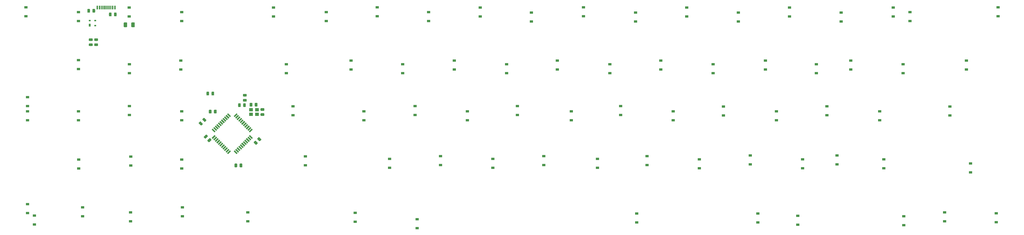
<source format=gbp>
G04 #@! TF.GenerationSoftware,KiCad,Pcbnew,(5.1.4)-1*
G04 #@! TF.CreationDate,2020-09-26T23:04:53-04:00*
G04 #@! TF.ProjectId,southpawpcbv2,736f7574-6870-4617-9770-636276322e6b,rev?*
G04 #@! TF.SameCoordinates,Original*
G04 #@! TF.FileFunction,Paste,Bot*
G04 #@! TF.FilePolarity,Positive*
%FSLAX46Y46*%
G04 Gerber Fmt 4.6, Leading zero omitted, Abs format (unit mm)*
G04 Created by KiCad (PCBNEW (5.1.4)-1) date 2020-09-26 23:04:53*
%MOMM*%
%LPD*%
G04 APERTURE LIST*
%ADD10R,1.200000X0.900000*%
%ADD11R,1.400000X1.200000*%
%ADD12R,0.600000X1.450000*%
%ADD13R,0.300000X1.450000*%
%ADD14C,0.100000*%
%ADD15C,0.975000*%
%ADD16C,1.250000*%
%ADD17R,0.700000X1.000000*%
%ADD18R,0.700000X0.600000*%
%ADD19C,0.550000*%
G04 APERTURE END LIST*
D10*
G04 #@! TO.C,D44*
X259842000Y10924000D03*
X259842000Y14224000D03*
G04 #@! TD*
G04 #@! TO.C,D65*
X251968000Y49658000D03*
X251968000Y52958000D03*
G04 #@! TD*
G04 #@! TO.C,D60*
X232461861Y51448214D03*
X232461861Y54748214D03*
G04 #@! TD*
G04 #@! TO.C,D6*
X-5588000Y86360000D03*
X-5588000Y89660000D03*
G04 #@! TD*
D11*
G04 #@! TO.C,Y1*
X60332800Y53555000D03*
X58132800Y53555000D03*
X58132800Y51855000D03*
X60332800Y51855000D03*
G04 #@! TD*
D12*
G04 #@! TO.C,USB1*
X7873200Y91365000D03*
X1423200Y91365000D03*
X7098200Y91365000D03*
X2198200Y91365000D03*
D13*
X2898200Y91365000D03*
X6398200Y91365000D03*
X3398200Y91365000D03*
X5898200Y91365000D03*
X3898200Y91365000D03*
X5398200Y91365000D03*
X4898200Y91365000D03*
X4398200Y91365000D03*
G04 #@! TD*
D14*
G04 #@! TO.C,R6*
G36*
X52797142Y33591826D02*
G01*
X52820803Y33588316D01*
X52844007Y33582504D01*
X52866529Y33574446D01*
X52888153Y33564218D01*
X52908670Y33551921D01*
X52927883Y33537671D01*
X52945607Y33521607D01*
X52961671Y33503883D01*
X52975921Y33484670D01*
X52988218Y33464153D01*
X52998446Y33442529D01*
X53006504Y33420007D01*
X53012316Y33396803D01*
X53015826Y33373142D01*
X53017000Y33349250D01*
X53017000Y32436750D01*
X53015826Y32412858D01*
X53012316Y32389197D01*
X53006504Y32365993D01*
X52998446Y32343471D01*
X52988218Y32321847D01*
X52975921Y32301330D01*
X52961671Y32282117D01*
X52945607Y32264393D01*
X52927883Y32248329D01*
X52908670Y32234079D01*
X52888153Y32221782D01*
X52866529Y32211554D01*
X52844007Y32203496D01*
X52820803Y32197684D01*
X52797142Y32194174D01*
X52773250Y32193000D01*
X52285750Y32193000D01*
X52261858Y32194174D01*
X52238197Y32197684D01*
X52214993Y32203496D01*
X52192471Y32211554D01*
X52170847Y32221782D01*
X52150330Y32234079D01*
X52131117Y32248329D01*
X52113393Y32264393D01*
X52097329Y32282117D01*
X52083079Y32301330D01*
X52070782Y32321847D01*
X52060554Y32343471D01*
X52052496Y32365993D01*
X52046684Y32389197D01*
X52043174Y32412858D01*
X52042000Y32436750D01*
X52042000Y33349250D01*
X52043174Y33373142D01*
X52046684Y33396803D01*
X52052496Y33420007D01*
X52060554Y33442529D01*
X52070782Y33464153D01*
X52083079Y33484670D01*
X52097329Y33503883D01*
X52113393Y33521607D01*
X52131117Y33537671D01*
X52150330Y33551921D01*
X52170847Y33564218D01*
X52192471Y33574446D01*
X52214993Y33582504D01*
X52238197Y33588316D01*
X52261858Y33591826D01*
X52285750Y33593000D01*
X52773250Y33593000D01*
X52797142Y33591826D01*
X52797142Y33591826D01*
G37*
D15*
X52529500Y32893000D03*
D14*
G36*
X54672142Y33591826D02*
G01*
X54695803Y33588316D01*
X54719007Y33582504D01*
X54741529Y33574446D01*
X54763153Y33564218D01*
X54783670Y33551921D01*
X54802883Y33537671D01*
X54820607Y33521607D01*
X54836671Y33503883D01*
X54850921Y33484670D01*
X54863218Y33464153D01*
X54873446Y33442529D01*
X54881504Y33420007D01*
X54887316Y33396803D01*
X54890826Y33373142D01*
X54892000Y33349250D01*
X54892000Y32436750D01*
X54890826Y32412858D01*
X54887316Y32389197D01*
X54881504Y32365993D01*
X54873446Y32343471D01*
X54863218Y32321847D01*
X54850921Y32301330D01*
X54836671Y32282117D01*
X54820607Y32264393D01*
X54802883Y32248329D01*
X54783670Y32234079D01*
X54763153Y32221782D01*
X54741529Y32211554D01*
X54719007Y32203496D01*
X54695803Y32197684D01*
X54672142Y32194174D01*
X54648250Y32193000D01*
X54160750Y32193000D01*
X54136858Y32194174D01*
X54113197Y32197684D01*
X54089993Y32203496D01*
X54067471Y32211554D01*
X54045847Y32221782D01*
X54025330Y32234079D01*
X54006117Y32248329D01*
X53988393Y32264393D01*
X53972329Y32282117D01*
X53958079Y32301330D01*
X53945782Y32321847D01*
X53935554Y32343471D01*
X53927496Y32365993D01*
X53921684Y32389197D01*
X53918174Y32412858D01*
X53917000Y32436750D01*
X53917000Y33349250D01*
X53918174Y33373142D01*
X53921684Y33396803D01*
X53927496Y33420007D01*
X53935554Y33442529D01*
X53945782Y33464153D01*
X53958079Y33484670D01*
X53972329Y33503883D01*
X53988393Y33521607D01*
X54006117Y33537671D01*
X54025330Y33551921D01*
X54045847Y33564218D01*
X54067471Y33574446D01*
X54089993Y33582504D01*
X54113197Y33588316D01*
X54136858Y33591826D01*
X54160750Y33593000D01*
X54648250Y33593000D01*
X54672142Y33591826D01*
X54672142Y33591826D01*
G37*
D15*
X54404500Y32893000D03*
G04 #@! TD*
D14*
G04 #@! TO.C,R5*
G36*
X-1505758Y90868826D02*
G01*
X-1482097Y90865316D01*
X-1458893Y90859504D01*
X-1436371Y90851446D01*
X-1414747Y90841218D01*
X-1394230Y90828921D01*
X-1375017Y90814671D01*
X-1357293Y90798607D01*
X-1341229Y90780883D01*
X-1326979Y90761670D01*
X-1314682Y90741153D01*
X-1304454Y90719529D01*
X-1296396Y90697007D01*
X-1290584Y90673803D01*
X-1287074Y90650142D01*
X-1285900Y90626250D01*
X-1285900Y89713750D01*
X-1287074Y89689858D01*
X-1290584Y89666197D01*
X-1296396Y89642993D01*
X-1304454Y89620471D01*
X-1314682Y89598847D01*
X-1326979Y89578330D01*
X-1341229Y89559117D01*
X-1357293Y89541393D01*
X-1375017Y89525329D01*
X-1394230Y89511079D01*
X-1414747Y89498782D01*
X-1436371Y89488554D01*
X-1458893Y89480496D01*
X-1482097Y89474684D01*
X-1505758Y89471174D01*
X-1529650Y89470000D01*
X-2017150Y89470000D01*
X-2041042Y89471174D01*
X-2064703Y89474684D01*
X-2087907Y89480496D01*
X-2110429Y89488554D01*
X-2132053Y89498782D01*
X-2152570Y89511079D01*
X-2171783Y89525329D01*
X-2189507Y89541393D01*
X-2205571Y89559117D01*
X-2219821Y89578330D01*
X-2232118Y89598847D01*
X-2242346Y89620471D01*
X-2250404Y89642993D01*
X-2256216Y89666197D01*
X-2259726Y89689858D01*
X-2260900Y89713750D01*
X-2260900Y90626250D01*
X-2259726Y90650142D01*
X-2256216Y90673803D01*
X-2250404Y90697007D01*
X-2242346Y90719529D01*
X-2232118Y90741153D01*
X-2219821Y90761670D01*
X-2205571Y90780883D01*
X-2189507Y90798607D01*
X-2171783Y90814671D01*
X-2152570Y90828921D01*
X-2132053Y90841218D01*
X-2110429Y90851446D01*
X-2087907Y90859504D01*
X-2064703Y90865316D01*
X-2041042Y90868826D01*
X-2017150Y90870000D01*
X-1529650Y90870000D01*
X-1505758Y90868826D01*
X-1505758Y90868826D01*
G37*
D15*
X-1773400Y90170000D03*
D14*
G36*
X369242Y90868826D02*
G01*
X392903Y90865316D01*
X416107Y90859504D01*
X438629Y90851446D01*
X460253Y90841218D01*
X480770Y90828921D01*
X499983Y90814671D01*
X517707Y90798607D01*
X533771Y90780883D01*
X548021Y90761670D01*
X560318Y90741153D01*
X570546Y90719529D01*
X578604Y90697007D01*
X584416Y90673803D01*
X587926Y90650142D01*
X589100Y90626250D01*
X589100Y89713750D01*
X587926Y89689858D01*
X584416Y89666197D01*
X578604Y89642993D01*
X570546Y89620471D01*
X560318Y89598847D01*
X548021Y89578330D01*
X533771Y89559117D01*
X517707Y89541393D01*
X499983Y89525329D01*
X480770Y89511079D01*
X460253Y89498782D01*
X438629Y89488554D01*
X416107Y89480496D01*
X392903Y89474684D01*
X369242Y89471174D01*
X345350Y89470000D01*
X-142150Y89470000D01*
X-166042Y89471174D01*
X-189703Y89474684D01*
X-212907Y89480496D01*
X-235429Y89488554D01*
X-257053Y89498782D01*
X-277570Y89511079D01*
X-296783Y89525329D01*
X-314507Y89541393D01*
X-330571Y89559117D01*
X-344821Y89578330D01*
X-357118Y89598847D01*
X-367346Y89620471D01*
X-375404Y89642993D01*
X-381216Y89666197D01*
X-384726Y89689858D01*
X-385900Y89713750D01*
X-385900Y90626250D01*
X-384726Y90650142D01*
X-381216Y90673803D01*
X-375404Y90697007D01*
X-367346Y90719529D01*
X-357118Y90741153D01*
X-344821Y90761670D01*
X-330571Y90780883D01*
X-314507Y90798607D01*
X-296783Y90814671D01*
X-277570Y90828921D01*
X-257053Y90841218D01*
X-235429Y90851446D01*
X-212907Y90859504D01*
X-189703Y90865316D01*
X-166042Y90868826D01*
X-142150Y90870000D01*
X345350Y90870000D01*
X369242Y90868826D01*
X369242Y90868826D01*
G37*
D15*
X101600Y90170000D03*
G04 #@! TD*
D14*
G04 #@! TO.C,R4*
G36*
X8317142Y89522626D02*
G01*
X8340803Y89519116D01*
X8364007Y89513304D01*
X8386529Y89505246D01*
X8408153Y89495018D01*
X8428670Y89482721D01*
X8447883Y89468471D01*
X8465607Y89452407D01*
X8481671Y89434683D01*
X8495921Y89415470D01*
X8508218Y89394953D01*
X8518446Y89373329D01*
X8526504Y89350807D01*
X8532316Y89327603D01*
X8535826Y89303942D01*
X8537000Y89280050D01*
X8537000Y88367550D01*
X8535826Y88343658D01*
X8532316Y88319997D01*
X8526504Y88296793D01*
X8518446Y88274271D01*
X8508218Y88252647D01*
X8495921Y88232130D01*
X8481671Y88212917D01*
X8465607Y88195193D01*
X8447883Y88179129D01*
X8428670Y88164879D01*
X8408153Y88152582D01*
X8386529Y88142354D01*
X8364007Y88134296D01*
X8340803Y88128484D01*
X8317142Y88124974D01*
X8293250Y88123800D01*
X7805750Y88123800D01*
X7781858Y88124974D01*
X7758197Y88128484D01*
X7734993Y88134296D01*
X7712471Y88142354D01*
X7690847Y88152582D01*
X7670330Y88164879D01*
X7651117Y88179129D01*
X7633393Y88195193D01*
X7617329Y88212917D01*
X7603079Y88232130D01*
X7590782Y88252647D01*
X7580554Y88274271D01*
X7572496Y88296793D01*
X7566684Y88319997D01*
X7563174Y88343658D01*
X7562000Y88367550D01*
X7562000Y89280050D01*
X7563174Y89303942D01*
X7566684Y89327603D01*
X7572496Y89350807D01*
X7580554Y89373329D01*
X7590782Y89394953D01*
X7603079Y89415470D01*
X7617329Y89434683D01*
X7633393Y89452407D01*
X7651117Y89468471D01*
X7670330Y89482721D01*
X7690847Y89495018D01*
X7712471Y89505246D01*
X7734993Y89513304D01*
X7758197Y89519116D01*
X7781858Y89522626D01*
X7805750Y89523800D01*
X8293250Y89523800D01*
X8317142Y89522626D01*
X8317142Y89522626D01*
G37*
D15*
X8049500Y88823800D03*
D14*
G36*
X6442142Y89522626D02*
G01*
X6465803Y89519116D01*
X6489007Y89513304D01*
X6511529Y89505246D01*
X6533153Y89495018D01*
X6553670Y89482721D01*
X6572883Y89468471D01*
X6590607Y89452407D01*
X6606671Y89434683D01*
X6620921Y89415470D01*
X6633218Y89394953D01*
X6643446Y89373329D01*
X6651504Y89350807D01*
X6657316Y89327603D01*
X6660826Y89303942D01*
X6662000Y89280050D01*
X6662000Y88367550D01*
X6660826Y88343658D01*
X6657316Y88319997D01*
X6651504Y88296793D01*
X6643446Y88274271D01*
X6633218Y88252647D01*
X6620921Y88232130D01*
X6606671Y88212917D01*
X6590607Y88195193D01*
X6572883Y88179129D01*
X6553670Y88164879D01*
X6533153Y88152582D01*
X6511529Y88142354D01*
X6489007Y88134296D01*
X6465803Y88128484D01*
X6442142Y88124974D01*
X6418250Y88123800D01*
X5930750Y88123800D01*
X5906858Y88124974D01*
X5883197Y88128484D01*
X5859993Y88134296D01*
X5837471Y88142354D01*
X5815847Y88152582D01*
X5795330Y88164879D01*
X5776117Y88179129D01*
X5758393Y88195193D01*
X5742329Y88212917D01*
X5728079Y88232130D01*
X5715782Y88252647D01*
X5705554Y88274271D01*
X5697496Y88296793D01*
X5691684Y88319997D01*
X5688174Y88343658D01*
X5687000Y88367550D01*
X5687000Y89280050D01*
X5688174Y89303942D01*
X5691684Y89327603D01*
X5697496Y89350807D01*
X5705554Y89373329D01*
X5715782Y89394953D01*
X5728079Y89415470D01*
X5742329Y89434683D01*
X5758393Y89452407D01*
X5776117Y89468471D01*
X5795330Y89482721D01*
X5815847Y89495018D01*
X5837471Y89505246D01*
X5859993Y89513304D01*
X5883197Y89519116D01*
X5906858Y89522626D01*
X5930750Y89523800D01*
X6418250Y89523800D01*
X6442142Y89522626D01*
X6442142Y89522626D01*
G37*
D15*
X6174500Y88823800D03*
G04 #@! TD*
D14*
G04 #@! TO.C,R3*
G36*
X-535858Y79962926D02*
G01*
X-512197Y79959416D01*
X-488993Y79953604D01*
X-466471Y79945546D01*
X-444847Y79935318D01*
X-424330Y79923021D01*
X-405117Y79908771D01*
X-387393Y79892707D01*
X-371329Y79874983D01*
X-357079Y79855770D01*
X-344782Y79835253D01*
X-334554Y79813629D01*
X-326496Y79791107D01*
X-320684Y79767903D01*
X-317174Y79744242D01*
X-316000Y79720350D01*
X-316000Y79232850D01*
X-317174Y79208958D01*
X-320684Y79185297D01*
X-326496Y79162093D01*
X-334554Y79139571D01*
X-344782Y79117947D01*
X-357079Y79097430D01*
X-371329Y79078217D01*
X-387393Y79060493D01*
X-405117Y79044429D01*
X-424330Y79030179D01*
X-444847Y79017882D01*
X-466471Y79007654D01*
X-488993Y78999596D01*
X-512197Y78993784D01*
X-535858Y78990274D01*
X-559750Y78989100D01*
X-1472250Y78989100D01*
X-1496142Y78990274D01*
X-1519803Y78993784D01*
X-1543007Y78999596D01*
X-1565529Y79007654D01*
X-1587153Y79017882D01*
X-1607670Y79030179D01*
X-1626883Y79044429D01*
X-1644607Y79060493D01*
X-1660671Y79078217D01*
X-1674921Y79097430D01*
X-1687218Y79117947D01*
X-1697446Y79139571D01*
X-1705504Y79162093D01*
X-1711316Y79185297D01*
X-1714826Y79208958D01*
X-1716000Y79232850D01*
X-1716000Y79720350D01*
X-1714826Y79744242D01*
X-1711316Y79767903D01*
X-1705504Y79791107D01*
X-1697446Y79813629D01*
X-1687218Y79835253D01*
X-1674921Y79855770D01*
X-1660671Y79874983D01*
X-1644607Y79892707D01*
X-1626883Y79908771D01*
X-1607670Y79923021D01*
X-1587153Y79935318D01*
X-1565529Y79945546D01*
X-1543007Y79953604D01*
X-1519803Y79959416D01*
X-1496142Y79962926D01*
X-1472250Y79964100D01*
X-559750Y79964100D01*
X-535858Y79962926D01*
X-535858Y79962926D01*
G37*
D15*
X-1016000Y79476600D03*
D14*
G36*
X-535858Y78087926D02*
G01*
X-512197Y78084416D01*
X-488993Y78078604D01*
X-466471Y78070546D01*
X-444847Y78060318D01*
X-424330Y78048021D01*
X-405117Y78033771D01*
X-387393Y78017707D01*
X-371329Y77999983D01*
X-357079Y77980770D01*
X-344782Y77960253D01*
X-334554Y77938629D01*
X-326496Y77916107D01*
X-320684Y77892903D01*
X-317174Y77869242D01*
X-316000Y77845350D01*
X-316000Y77357850D01*
X-317174Y77333958D01*
X-320684Y77310297D01*
X-326496Y77287093D01*
X-334554Y77264571D01*
X-344782Y77242947D01*
X-357079Y77222430D01*
X-371329Y77203217D01*
X-387393Y77185493D01*
X-405117Y77169429D01*
X-424330Y77155179D01*
X-444847Y77142882D01*
X-466471Y77132654D01*
X-488993Y77124596D01*
X-512197Y77118784D01*
X-535858Y77115274D01*
X-559750Y77114100D01*
X-1472250Y77114100D01*
X-1496142Y77115274D01*
X-1519803Y77118784D01*
X-1543007Y77124596D01*
X-1565529Y77132654D01*
X-1587153Y77142882D01*
X-1607670Y77155179D01*
X-1626883Y77169429D01*
X-1644607Y77185493D01*
X-1660671Y77203217D01*
X-1674921Y77222430D01*
X-1687218Y77242947D01*
X-1697446Y77264571D01*
X-1705504Y77287093D01*
X-1711316Y77310297D01*
X-1714826Y77333958D01*
X-1716000Y77357850D01*
X-1716000Y77845350D01*
X-1714826Y77869242D01*
X-1711316Y77892903D01*
X-1705504Y77916107D01*
X-1697446Y77938629D01*
X-1687218Y77960253D01*
X-1674921Y77980770D01*
X-1660671Y77999983D01*
X-1644607Y78017707D01*
X-1626883Y78033771D01*
X-1607670Y78048021D01*
X-1587153Y78060318D01*
X-1565529Y78070546D01*
X-1543007Y78078604D01*
X-1519803Y78084416D01*
X-1496142Y78087926D01*
X-1472250Y78089100D01*
X-559750Y78089100D01*
X-535858Y78087926D01*
X-535858Y78087926D01*
G37*
D15*
X-1016000Y77601600D03*
G04 #@! TD*
D14*
G04 #@! TO.C,R2*
G36*
X1445342Y79962926D02*
G01*
X1469003Y79959416D01*
X1492207Y79953604D01*
X1514729Y79945546D01*
X1536353Y79935318D01*
X1556870Y79923021D01*
X1576083Y79908771D01*
X1593807Y79892707D01*
X1609871Y79874983D01*
X1624121Y79855770D01*
X1636418Y79835253D01*
X1646646Y79813629D01*
X1654704Y79791107D01*
X1660516Y79767903D01*
X1664026Y79744242D01*
X1665200Y79720350D01*
X1665200Y79232850D01*
X1664026Y79208958D01*
X1660516Y79185297D01*
X1654704Y79162093D01*
X1646646Y79139571D01*
X1636418Y79117947D01*
X1624121Y79097430D01*
X1609871Y79078217D01*
X1593807Y79060493D01*
X1576083Y79044429D01*
X1556870Y79030179D01*
X1536353Y79017882D01*
X1514729Y79007654D01*
X1492207Y78999596D01*
X1469003Y78993784D01*
X1445342Y78990274D01*
X1421450Y78989100D01*
X508950Y78989100D01*
X485058Y78990274D01*
X461397Y78993784D01*
X438193Y78999596D01*
X415671Y79007654D01*
X394047Y79017882D01*
X373530Y79030179D01*
X354317Y79044429D01*
X336593Y79060493D01*
X320529Y79078217D01*
X306279Y79097430D01*
X293982Y79117947D01*
X283754Y79139571D01*
X275696Y79162093D01*
X269884Y79185297D01*
X266374Y79208958D01*
X265200Y79232850D01*
X265200Y79720350D01*
X266374Y79744242D01*
X269884Y79767903D01*
X275696Y79791107D01*
X283754Y79813629D01*
X293982Y79835253D01*
X306279Y79855770D01*
X320529Y79874983D01*
X336593Y79892707D01*
X354317Y79908771D01*
X373530Y79923021D01*
X394047Y79935318D01*
X415671Y79945546D01*
X438193Y79953604D01*
X461397Y79959416D01*
X485058Y79962926D01*
X508950Y79964100D01*
X1421450Y79964100D01*
X1445342Y79962926D01*
X1445342Y79962926D01*
G37*
D15*
X965200Y79476600D03*
D14*
G36*
X1445342Y78087926D02*
G01*
X1469003Y78084416D01*
X1492207Y78078604D01*
X1514729Y78070546D01*
X1536353Y78060318D01*
X1556870Y78048021D01*
X1576083Y78033771D01*
X1593807Y78017707D01*
X1609871Y77999983D01*
X1624121Y77980770D01*
X1636418Y77960253D01*
X1646646Y77938629D01*
X1654704Y77916107D01*
X1660516Y77892903D01*
X1664026Y77869242D01*
X1665200Y77845350D01*
X1665200Y77357850D01*
X1664026Y77333958D01*
X1660516Y77310297D01*
X1654704Y77287093D01*
X1646646Y77264571D01*
X1636418Y77242947D01*
X1624121Y77222430D01*
X1609871Y77203217D01*
X1593807Y77185493D01*
X1576083Y77169429D01*
X1556870Y77155179D01*
X1536353Y77142882D01*
X1514729Y77132654D01*
X1492207Y77124596D01*
X1469003Y77118784D01*
X1445342Y77115274D01*
X1421450Y77114100D01*
X508950Y77114100D01*
X485058Y77115274D01*
X461397Y77118784D01*
X438193Y77124596D01*
X415671Y77132654D01*
X394047Y77142882D01*
X373530Y77155179D01*
X354317Y77169429D01*
X336593Y77185493D01*
X320529Y77203217D01*
X306279Y77222430D01*
X293982Y77242947D01*
X283754Y77264571D01*
X275696Y77287093D01*
X269884Y77310297D01*
X266374Y77333958D01*
X265200Y77357850D01*
X265200Y77845350D01*
X266374Y77869242D01*
X269884Y77892903D01*
X275696Y77916107D01*
X283754Y77938629D01*
X293982Y77960253D01*
X306279Y77980770D01*
X320529Y77999983D01*
X336593Y78017707D01*
X354317Y78033771D01*
X373530Y78048021D01*
X394047Y78060318D01*
X415671Y78070546D01*
X438193Y78078604D01*
X461397Y78084416D01*
X485058Y78087926D01*
X508950Y78089100D01*
X1421450Y78089100D01*
X1445342Y78087926D01*
X1445342Y78087926D01*
G37*
D15*
X965200Y77601600D03*
G04 #@! TD*
D14*
G04 #@! TO.C,R1*
G36*
X56309342Y59384326D02*
G01*
X56333003Y59380816D01*
X56356207Y59375004D01*
X56378729Y59366946D01*
X56400353Y59356718D01*
X56420870Y59344421D01*
X56440083Y59330171D01*
X56457807Y59314107D01*
X56473871Y59296383D01*
X56488121Y59277170D01*
X56500418Y59256653D01*
X56510646Y59235029D01*
X56518704Y59212507D01*
X56524516Y59189303D01*
X56528026Y59165642D01*
X56529200Y59141750D01*
X56529200Y58654250D01*
X56528026Y58630358D01*
X56524516Y58606697D01*
X56518704Y58583493D01*
X56510646Y58560971D01*
X56500418Y58539347D01*
X56488121Y58518830D01*
X56473871Y58499617D01*
X56457807Y58481893D01*
X56440083Y58465829D01*
X56420870Y58451579D01*
X56400353Y58439282D01*
X56378729Y58429054D01*
X56356207Y58420996D01*
X56333003Y58415184D01*
X56309342Y58411674D01*
X56285450Y58410500D01*
X55372950Y58410500D01*
X55349058Y58411674D01*
X55325397Y58415184D01*
X55302193Y58420996D01*
X55279671Y58429054D01*
X55258047Y58439282D01*
X55237530Y58451579D01*
X55218317Y58465829D01*
X55200593Y58481893D01*
X55184529Y58499617D01*
X55170279Y58518830D01*
X55157982Y58539347D01*
X55147754Y58560971D01*
X55139696Y58583493D01*
X55133884Y58606697D01*
X55130374Y58630358D01*
X55129200Y58654250D01*
X55129200Y59141750D01*
X55130374Y59165642D01*
X55133884Y59189303D01*
X55139696Y59212507D01*
X55147754Y59235029D01*
X55157982Y59256653D01*
X55170279Y59277170D01*
X55184529Y59296383D01*
X55200593Y59314107D01*
X55218317Y59330171D01*
X55237530Y59344421D01*
X55258047Y59356718D01*
X55279671Y59366946D01*
X55302193Y59375004D01*
X55325397Y59380816D01*
X55349058Y59384326D01*
X55372950Y59385500D01*
X56285450Y59385500D01*
X56309342Y59384326D01*
X56309342Y59384326D01*
G37*
D15*
X55829200Y58898000D03*
D14*
G36*
X56309342Y57509326D02*
G01*
X56333003Y57505816D01*
X56356207Y57500004D01*
X56378729Y57491946D01*
X56400353Y57481718D01*
X56420870Y57469421D01*
X56440083Y57455171D01*
X56457807Y57439107D01*
X56473871Y57421383D01*
X56488121Y57402170D01*
X56500418Y57381653D01*
X56510646Y57360029D01*
X56518704Y57337507D01*
X56524516Y57314303D01*
X56528026Y57290642D01*
X56529200Y57266750D01*
X56529200Y56779250D01*
X56528026Y56755358D01*
X56524516Y56731697D01*
X56518704Y56708493D01*
X56510646Y56685971D01*
X56500418Y56664347D01*
X56488121Y56643830D01*
X56473871Y56624617D01*
X56457807Y56606893D01*
X56440083Y56590829D01*
X56420870Y56576579D01*
X56400353Y56564282D01*
X56378729Y56554054D01*
X56356207Y56545996D01*
X56333003Y56540184D01*
X56309342Y56536674D01*
X56285450Y56535500D01*
X55372950Y56535500D01*
X55349058Y56536674D01*
X55325397Y56540184D01*
X55302193Y56545996D01*
X55279671Y56554054D01*
X55258047Y56564282D01*
X55237530Y56576579D01*
X55218317Y56590829D01*
X55200593Y56606893D01*
X55184529Y56624617D01*
X55170279Y56643830D01*
X55157982Y56664347D01*
X55147754Y56685971D01*
X55139696Y56708493D01*
X55133884Y56731697D01*
X55130374Y56755358D01*
X55129200Y56779250D01*
X55129200Y57266750D01*
X55130374Y57290642D01*
X55133884Y57314303D01*
X55139696Y57337507D01*
X55147754Y57360029D01*
X55157982Y57381653D01*
X55170279Y57402170D01*
X55184529Y57421383D01*
X55200593Y57439107D01*
X55218317Y57455171D01*
X55237530Y57469421D01*
X55258047Y57481718D01*
X55279671Y57491946D01*
X55302193Y57500004D01*
X55325397Y57505816D01*
X55349058Y57509326D01*
X55372950Y57510500D01*
X56285450Y57510500D01*
X56309342Y57509326D01*
X56309342Y57509326D01*
G37*
D15*
X55829200Y57023000D03*
G04 #@! TD*
D14*
G04 #@! TO.C,F1*
G36*
X14979104Y85862196D02*
G01*
X15003373Y85858596D01*
X15027171Y85852635D01*
X15050271Y85844370D01*
X15072449Y85833880D01*
X15093493Y85821267D01*
X15113198Y85806653D01*
X15131377Y85790177D01*
X15147853Y85771998D01*
X15162467Y85752293D01*
X15175080Y85731249D01*
X15185570Y85709071D01*
X15193835Y85685971D01*
X15199796Y85662173D01*
X15203396Y85637904D01*
X15204600Y85613400D01*
X15204600Y84363400D01*
X15203396Y84338896D01*
X15199796Y84314627D01*
X15193835Y84290829D01*
X15185570Y84267729D01*
X15175080Y84245551D01*
X15162467Y84224507D01*
X15147853Y84204802D01*
X15131377Y84186623D01*
X15113198Y84170147D01*
X15093493Y84155533D01*
X15072449Y84142920D01*
X15050271Y84132430D01*
X15027171Y84124165D01*
X15003373Y84118204D01*
X14979104Y84114604D01*
X14954600Y84113400D01*
X14204600Y84113400D01*
X14180096Y84114604D01*
X14155827Y84118204D01*
X14132029Y84124165D01*
X14108929Y84132430D01*
X14086751Y84142920D01*
X14065707Y84155533D01*
X14046002Y84170147D01*
X14027823Y84186623D01*
X14011347Y84204802D01*
X13996733Y84224507D01*
X13984120Y84245551D01*
X13973630Y84267729D01*
X13965365Y84290829D01*
X13959404Y84314627D01*
X13955804Y84338896D01*
X13954600Y84363400D01*
X13954600Y85613400D01*
X13955804Y85637904D01*
X13959404Y85662173D01*
X13965365Y85685971D01*
X13973630Y85709071D01*
X13984120Y85731249D01*
X13996733Y85752293D01*
X14011347Y85771998D01*
X14027823Y85790177D01*
X14046002Y85806653D01*
X14065707Y85821267D01*
X14086751Y85833880D01*
X14108929Y85844370D01*
X14132029Y85852635D01*
X14155827Y85858596D01*
X14180096Y85862196D01*
X14204600Y85863400D01*
X14954600Y85863400D01*
X14979104Y85862196D01*
X14979104Y85862196D01*
G37*
D16*
X14579600Y84988400D03*
D14*
G36*
X12179104Y85862196D02*
G01*
X12203373Y85858596D01*
X12227171Y85852635D01*
X12250271Y85844370D01*
X12272449Y85833880D01*
X12293493Y85821267D01*
X12313198Y85806653D01*
X12331377Y85790177D01*
X12347853Y85771998D01*
X12362467Y85752293D01*
X12375080Y85731249D01*
X12385570Y85709071D01*
X12393835Y85685971D01*
X12399796Y85662173D01*
X12403396Y85637904D01*
X12404600Y85613400D01*
X12404600Y84363400D01*
X12403396Y84338896D01*
X12399796Y84314627D01*
X12393835Y84290829D01*
X12385570Y84267729D01*
X12375080Y84245551D01*
X12362467Y84224507D01*
X12347853Y84204802D01*
X12331377Y84186623D01*
X12313198Y84170147D01*
X12293493Y84155533D01*
X12272449Y84142920D01*
X12250271Y84132430D01*
X12227171Y84124165D01*
X12203373Y84118204D01*
X12179104Y84114604D01*
X12154600Y84113400D01*
X11404600Y84113400D01*
X11380096Y84114604D01*
X11355827Y84118204D01*
X11332029Y84124165D01*
X11308929Y84132430D01*
X11286751Y84142920D01*
X11265707Y84155533D01*
X11246002Y84170147D01*
X11227823Y84186623D01*
X11211347Y84204802D01*
X11196733Y84224507D01*
X11184120Y84245551D01*
X11173630Y84267729D01*
X11165365Y84290829D01*
X11159404Y84314627D01*
X11155804Y84338896D01*
X11154600Y84363400D01*
X11154600Y85613400D01*
X11155804Y85637904D01*
X11159404Y85662173D01*
X11165365Y85685971D01*
X11173630Y85709071D01*
X11184120Y85731249D01*
X11196733Y85752293D01*
X11211347Y85771998D01*
X11227823Y85790177D01*
X11246002Y85806653D01*
X11265707Y85821267D01*
X11286751Y85833880D01*
X11308929Y85844370D01*
X11332029Y85852635D01*
X11355827Y85858596D01*
X11380096Y85862196D01*
X11404600Y85863400D01*
X12154600Y85863400D01*
X12179104Y85862196D01*
X12179104Y85862196D01*
G37*
D16*
X11779600Y84988400D03*
G04 #@! TD*
D17*
G04 #@! TO.C,D79*
X-1390400Y84863200D03*
D18*
X609600Y86563200D03*
X609600Y84663200D03*
X-1390400Y86563200D03*
G04 #@! TD*
D14*
G04 #@! TO.C,C8*
G36*
X61052045Y43373964D02*
G01*
X61075706Y43370454D01*
X61098910Y43364642D01*
X61121432Y43356584D01*
X61143056Y43346356D01*
X61163573Y43334059D01*
X61182786Y43319809D01*
X61200510Y43303745D01*
X61845745Y42658510D01*
X61861809Y42640786D01*
X61876059Y42621573D01*
X61888356Y42601056D01*
X61898584Y42579432D01*
X61906642Y42556910D01*
X61912454Y42533706D01*
X61915964Y42510045D01*
X61917138Y42486153D01*
X61915964Y42462261D01*
X61912454Y42438600D01*
X61906642Y42415396D01*
X61898584Y42392874D01*
X61888356Y42371250D01*
X61876059Y42350733D01*
X61861809Y42331520D01*
X61845745Y42313796D01*
X61501030Y41969081D01*
X61483306Y41953017D01*
X61464093Y41938767D01*
X61443576Y41926470D01*
X61421952Y41916242D01*
X61399430Y41908184D01*
X61376226Y41902372D01*
X61352565Y41898862D01*
X61328673Y41897688D01*
X61304781Y41898862D01*
X61281120Y41902372D01*
X61257916Y41908184D01*
X61235394Y41916242D01*
X61213770Y41926470D01*
X61193253Y41938767D01*
X61174040Y41953017D01*
X61156316Y41969081D01*
X60511081Y42614316D01*
X60495017Y42632040D01*
X60480767Y42651253D01*
X60468470Y42671770D01*
X60458242Y42693394D01*
X60450184Y42715916D01*
X60444372Y42739120D01*
X60440862Y42762781D01*
X60439688Y42786673D01*
X60440862Y42810565D01*
X60444372Y42834226D01*
X60450184Y42857430D01*
X60458242Y42879952D01*
X60468470Y42901576D01*
X60480767Y42922093D01*
X60495017Y42941306D01*
X60511081Y42959030D01*
X60855796Y43303745D01*
X60873520Y43319809D01*
X60892733Y43334059D01*
X60913250Y43346356D01*
X60934874Y43356584D01*
X60957396Y43364642D01*
X60980600Y43370454D01*
X61004261Y43373964D01*
X61028153Y43375138D01*
X61052045Y43373964D01*
X61052045Y43373964D01*
G37*
D15*
X61178413Y42636413D03*
D14*
G36*
X59726219Y42048138D02*
G01*
X59749880Y42044628D01*
X59773084Y42038816D01*
X59795606Y42030758D01*
X59817230Y42020530D01*
X59837747Y42008233D01*
X59856960Y41993983D01*
X59874684Y41977919D01*
X60519919Y41332684D01*
X60535983Y41314960D01*
X60550233Y41295747D01*
X60562530Y41275230D01*
X60572758Y41253606D01*
X60580816Y41231084D01*
X60586628Y41207880D01*
X60590138Y41184219D01*
X60591312Y41160327D01*
X60590138Y41136435D01*
X60586628Y41112774D01*
X60580816Y41089570D01*
X60572758Y41067048D01*
X60562530Y41045424D01*
X60550233Y41024907D01*
X60535983Y41005694D01*
X60519919Y40987970D01*
X60175204Y40643255D01*
X60157480Y40627191D01*
X60138267Y40612941D01*
X60117750Y40600644D01*
X60096126Y40590416D01*
X60073604Y40582358D01*
X60050400Y40576546D01*
X60026739Y40573036D01*
X60002847Y40571862D01*
X59978955Y40573036D01*
X59955294Y40576546D01*
X59932090Y40582358D01*
X59909568Y40590416D01*
X59887944Y40600644D01*
X59867427Y40612941D01*
X59848214Y40627191D01*
X59830490Y40643255D01*
X59185255Y41288490D01*
X59169191Y41306214D01*
X59154941Y41325427D01*
X59142644Y41345944D01*
X59132416Y41367568D01*
X59124358Y41390090D01*
X59118546Y41413294D01*
X59115036Y41436955D01*
X59113862Y41460847D01*
X59115036Y41484739D01*
X59118546Y41508400D01*
X59124358Y41531604D01*
X59132416Y41554126D01*
X59142644Y41575750D01*
X59154941Y41596267D01*
X59169191Y41615480D01*
X59185255Y41633204D01*
X59529970Y41977919D01*
X59547694Y41993983D01*
X59566907Y42008233D01*
X59587424Y42020530D01*
X59609048Y42030758D01*
X59631570Y42038816D01*
X59654774Y42044628D01*
X59678435Y42048138D01*
X59702327Y42049312D01*
X59726219Y42048138D01*
X59726219Y42048138D01*
G37*
D15*
X59852587Y41310587D03*
G04 #@! TD*
D14*
G04 #@! TO.C,C7*
G36*
X45195642Y53530826D02*
G01*
X45219303Y53527316D01*
X45242507Y53521504D01*
X45265029Y53513446D01*
X45286653Y53503218D01*
X45307170Y53490921D01*
X45326383Y53476671D01*
X45344107Y53460607D01*
X45360171Y53442883D01*
X45374421Y53423670D01*
X45386718Y53403153D01*
X45396946Y53381529D01*
X45405004Y53359007D01*
X45410816Y53335803D01*
X45414326Y53312142D01*
X45415500Y53288250D01*
X45415500Y52375750D01*
X45414326Y52351858D01*
X45410816Y52328197D01*
X45405004Y52304993D01*
X45396946Y52282471D01*
X45386718Y52260847D01*
X45374421Y52240330D01*
X45360171Y52221117D01*
X45344107Y52203393D01*
X45326383Y52187329D01*
X45307170Y52173079D01*
X45286653Y52160782D01*
X45265029Y52150554D01*
X45242507Y52142496D01*
X45219303Y52136684D01*
X45195642Y52133174D01*
X45171750Y52132000D01*
X44684250Y52132000D01*
X44660358Y52133174D01*
X44636697Y52136684D01*
X44613493Y52142496D01*
X44590971Y52150554D01*
X44569347Y52160782D01*
X44548830Y52173079D01*
X44529617Y52187329D01*
X44511893Y52203393D01*
X44495829Y52221117D01*
X44481579Y52240330D01*
X44469282Y52260847D01*
X44459054Y52282471D01*
X44450996Y52304993D01*
X44445184Y52328197D01*
X44441674Y52351858D01*
X44440500Y52375750D01*
X44440500Y53288250D01*
X44441674Y53312142D01*
X44445184Y53335803D01*
X44450996Y53359007D01*
X44459054Y53381529D01*
X44469282Y53403153D01*
X44481579Y53423670D01*
X44495829Y53442883D01*
X44511893Y53460607D01*
X44529617Y53476671D01*
X44548830Y53490921D01*
X44569347Y53503218D01*
X44590971Y53513446D01*
X44613493Y53521504D01*
X44636697Y53527316D01*
X44660358Y53530826D01*
X44684250Y53532000D01*
X45171750Y53532000D01*
X45195642Y53530826D01*
X45195642Y53530826D01*
G37*
D15*
X44928000Y52832000D03*
D14*
G36*
X43320642Y53530826D02*
G01*
X43344303Y53527316D01*
X43367507Y53521504D01*
X43390029Y53513446D01*
X43411653Y53503218D01*
X43432170Y53490921D01*
X43451383Y53476671D01*
X43469107Y53460607D01*
X43485171Y53442883D01*
X43499421Y53423670D01*
X43511718Y53403153D01*
X43521946Y53381529D01*
X43530004Y53359007D01*
X43535816Y53335803D01*
X43539326Y53312142D01*
X43540500Y53288250D01*
X43540500Y52375750D01*
X43539326Y52351858D01*
X43535816Y52328197D01*
X43530004Y52304993D01*
X43521946Y52282471D01*
X43511718Y52260847D01*
X43499421Y52240330D01*
X43485171Y52221117D01*
X43469107Y52203393D01*
X43451383Y52187329D01*
X43432170Y52173079D01*
X43411653Y52160782D01*
X43390029Y52150554D01*
X43367507Y52142496D01*
X43344303Y52136684D01*
X43320642Y52133174D01*
X43296750Y52132000D01*
X42809250Y52132000D01*
X42785358Y52133174D01*
X42761697Y52136684D01*
X42738493Y52142496D01*
X42715971Y52150554D01*
X42694347Y52160782D01*
X42673830Y52173079D01*
X42654617Y52187329D01*
X42636893Y52203393D01*
X42620829Y52221117D01*
X42606579Y52240330D01*
X42594282Y52260847D01*
X42584054Y52282471D01*
X42575996Y52304993D01*
X42570184Y52328197D01*
X42566674Y52351858D01*
X42565500Y52375750D01*
X42565500Y53288250D01*
X42566674Y53312142D01*
X42570184Y53335803D01*
X42575996Y53359007D01*
X42584054Y53381529D01*
X42594282Y53403153D01*
X42606579Y53423670D01*
X42620829Y53442883D01*
X42636893Y53460607D01*
X42654617Y53476671D01*
X42673830Y53490921D01*
X42694347Y53503218D01*
X42715971Y53513446D01*
X42738493Y53521504D01*
X42761697Y53527316D01*
X42785358Y53530826D01*
X42809250Y53532000D01*
X43296750Y53532000D01*
X43320642Y53530826D01*
X43320642Y53530826D01*
G37*
D15*
X43053000Y52832000D03*
G04 #@! TD*
D14*
G04 #@! TO.C,C6*
G36*
X44286055Y60226239D02*
G01*
X44309716Y60222729D01*
X44332920Y60216917D01*
X44355442Y60208859D01*
X44377066Y60198631D01*
X44397583Y60186334D01*
X44416796Y60172084D01*
X44434520Y60156020D01*
X44450584Y60138296D01*
X44464834Y60119083D01*
X44477131Y60098566D01*
X44487359Y60076942D01*
X44495417Y60054420D01*
X44501229Y60031216D01*
X44504739Y60007555D01*
X44505913Y59983663D01*
X44505913Y59071163D01*
X44504739Y59047271D01*
X44501229Y59023610D01*
X44495417Y59000406D01*
X44487359Y58977884D01*
X44477131Y58956260D01*
X44464834Y58935743D01*
X44450584Y58916530D01*
X44434520Y58898806D01*
X44416796Y58882742D01*
X44397583Y58868492D01*
X44377066Y58856195D01*
X44355442Y58845967D01*
X44332920Y58837909D01*
X44309716Y58832097D01*
X44286055Y58828587D01*
X44262163Y58827413D01*
X43774663Y58827413D01*
X43750771Y58828587D01*
X43727110Y58832097D01*
X43703906Y58837909D01*
X43681384Y58845967D01*
X43659760Y58856195D01*
X43639243Y58868492D01*
X43620030Y58882742D01*
X43602306Y58898806D01*
X43586242Y58916530D01*
X43571992Y58935743D01*
X43559695Y58956260D01*
X43549467Y58977884D01*
X43541409Y59000406D01*
X43535597Y59023610D01*
X43532087Y59047271D01*
X43530913Y59071163D01*
X43530913Y59983663D01*
X43532087Y60007555D01*
X43535597Y60031216D01*
X43541409Y60054420D01*
X43549467Y60076942D01*
X43559695Y60098566D01*
X43571992Y60119083D01*
X43586242Y60138296D01*
X43602306Y60156020D01*
X43620030Y60172084D01*
X43639243Y60186334D01*
X43659760Y60198631D01*
X43681384Y60208859D01*
X43703906Y60216917D01*
X43727110Y60222729D01*
X43750771Y60226239D01*
X43774663Y60227413D01*
X44262163Y60227413D01*
X44286055Y60226239D01*
X44286055Y60226239D01*
G37*
D15*
X44018413Y59527413D03*
D14*
G36*
X42411055Y60226239D02*
G01*
X42434716Y60222729D01*
X42457920Y60216917D01*
X42480442Y60208859D01*
X42502066Y60198631D01*
X42522583Y60186334D01*
X42541796Y60172084D01*
X42559520Y60156020D01*
X42575584Y60138296D01*
X42589834Y60119083D01*
X42602131Y60098566D01*
X42612359Y60076942D01*
X42620417Y60054420D01*
X42626229Y60031216D01*
X42629739Y60007555D01*
X42630913Y59983663D01*
X42630913Y59071163D01*
X42629739Y59047271D01*
X42626229Y59023610D01*
X42620417Y59000406D01*
X42612359Y58977884D01*
X42602131Y58956260D01*
X42589834Y58935743D01*
X42575584Y58916530D01*
X42559520Y58898806D01*
X42541796Y58882742D01*
X42522583Y58868492D01*
X42502066Y58856195D01*
X42480442Y58845967D01*
X42457920Y58837909D01*
X42434716Y58832097D01*
X42411055Y58828587D01*
X42387163Y58827413D01*
X41899663Y58827413D01*
X41875771Y58828587D01*
X41852110Y58832097D01*
X41828906Y58837909D01*
X41806384Y58845967D01*
X41784760Y58856195D01*
X41764243Y58868492D01*
X41745030Y58882742D01*
X41727306Y58898806D01*
X41711242Y58916530D01*
X41696992Y58935743D01*
X41684695Y58956260D01*
X41674467Y58977884D01*
X41666409Y59000406D01*
X41660597Y59023610D01*
X41657087Y59047271D01*
X41655913Y59071163D01*
X41655913Y59983663D01*
X41657087Y60007555D01*
X41660597Y60031216D01*
X41666409Y60054420D01*
X41674467Y60076942D01*
X41684695Y60098566D01*
X41696992Y60119083D01*
X41711242Y60138296D01*
X41727306Y60156020D01*
X41745030Y60172084D01*
X41764243Y60186334D01*
X41784760Y60198631D01*
X41806384Y60208859D01*
X41828906Y60216917D01*
X41852110Y60222729D01*
X41875771Y60226239D01*
X41899663Y60227413D01*
X42387163Y60227413D01*
X42411055Y60226239D01*
X42411055Y60226239D01*
G37*
D15*
X42143413Y59527413D03*
G04 #@! TD*
D14*
G04 #@! TO.C,C5*
G36*
X58387442Y56096226D02*
G01*
X58411103Y56092716D01*
X58434307Y56086904D01*
X58456829Y56078846D01*
X58478453Y56068618D01*
X58498970Y56056321D01*
X58518183Y56042071D01*
X58535907Y56026007D01*
X58551971Y56008283D01*
X58566221Y55989070D01*
X58578518Y55968553D01*
X58588746Y55946929D01*
X58596804Y55924407D01*
X58602616Y55901203D01*
X58606126Y55877542D01*
X58607300Y55853650D01*
X58607300Y54941150D01*
X58606126Y54917258D01*
X58602616Y54893597D01*
X58596804Y54870393D01*
X58588746Y54847871D01*
X58578518Y54826247D01*
X58566221Y54805730D01*
X58551971Y54786517D01*
X58535907Y54768793D01*
X58518183Y54752729D01*
X58498970Y54738479D01*
X58478453Y54726182D01*
X58456829Y54715954D01*
X58434307Y54707896D01*
X58411103Y54702084D01*
X58387442Y54698574D01*
X58363550Y54697400D01*
X57876050Y54697400D01*
X57852158Y54698574D01*
X57828497Y54702084D01*
X57805293Y54707896D01*
X57782771Y54715954D01*
X57761147Y54726182D01*
X57740630Y54738479D01*
X57721417Y54752729D01*
X57703693Y54768793D01*
X57687629Y54786517D01*
X57673379Y54805730D01*
X57661082Y54826247D01*
X57650854Y54847871D01*
X57642796Y54870393D01*
X57636984Y54893597D01*
X57633474Y54917258D01*
X57632300Y54941150D01*
X57632300Y55853650D01*
X57633474Y55877542D01*
X57636984Y55901203D01*
X57642796Y55924407D01*
X57650854Y55946929D01*
X57661082Y55968553D01*
X57673379Y55989070D01*
X57687629Y56008283D01*
X57703693Y56026007D01*
X57721417Y56042071D01*
X57740630Y56056321D01*
X57761147Y56068618D01*
X57782771Y56078846D01*
X57805293Y56086904D01*
X57828497Y56092716D01*
X57852158Y56096226D01*
X57876050Y56097400D01*
X58363550Y56097400D01*
X58387442Y56096226D01*
X58387442Y56096226D01*
G37*
D15*
X58119800Y55397400D03*
D14*
G36*
X60262442Y56096226D02*
G01*
X60286103Y56092716D01*
X60309307Y56086904D01*
X60331829Y56078846D01*
X60353453Y56068618D01*
X60373970Y56056321D01*
X60393183Y56042071D01*
X60410907Y56026007D01*
X60426971Y56008283D01*
X60441221Y55989070D01*
X60453518Y55968553D01*
X60463746Y55946929D01*
X60471804Y55924407D01*
X60477616Y55901203D01*
X60481126Y55877542D01*
X60482300Y55853650D01*
X60482300Y54941150D01*
X60481126Y54917258D01*
X60477616Y54893597D01*
X60471804Y54870393D01*
X60463746Y54847871D01*
X60453518Y54826247D01*
X60441221Y54805730D01*
X60426971Y54786517D01*
X60410907Y54768793D01*
X60393183Y54752729D01*
X60373970Y54738479D01*
X60353453Y54726182D01*
X60331829Y54715954D01*
X60309307Y54707896D01*
X60286103Y54702084D01*
X60262442Y54698574D01*
X60238550Y54697400D01*
X59751050Y54697400D01*
X59727158Y54698574D01*
X59703497Y54702084D01*
X59680293Y54707896D01*
X59657771Y54715954D01*
X59636147Y54726182D01*
X59615630Y54738479D01*
X59596417Y54752729D01*
X59578693Y54768793D01*
X59562629Y54786517D01*
X59548379Y54805730D01*
X59536082Y54826247D01*
X59525854Y54847871D01*
X59517796Y54870393D01*
X59511984Y54893597D01*
X59508474Y54917258D01*
X59507300Y54941150D01*
X59507300Y55853650D01*
X59508474Y55877542D01*
X59511984Y55901203D01*
X59517796Y55924407D01*
X59525854Y55946929D01*
X59536082Y55968553D01*
X59548379Y55989070D01*
X59562629Y56008283D01*
X59578693Y56026007D01*
X59596417Y56042071D01*
X59615630Y56056321D01*
X59636147Y56068618D01*
X59657771Y56078846D01*
X59680293Y56086904D01*
X59703497Y56092716D01*
X59727158Y56096226D01*
X59751050Y56097400D01*
X60238550Y56097400D01*
X60262442Y56096226D01*
X60262442Y56096226D01*
G37*
D15*
X59994800Y55397400D03*
G04 #@! TD*
D14*
G04 #@! TO.C,C4*
G36*
X62811742Y52230726D02*
G01*
X62835403Y52227216D01*
X62858607Y52221404D01*
X62881129Y52213346D01*
X62902753Y52203118D01*
X62923270Y52190821D01*
X62942483Y52176571D01*
X62960207Y52160507D01*
X62976271Y52142783D01*
X62990521Y52123570D01*
X63002818Y52103053D01*
X63013046Y52081429D01*
X63021104Y52058907D01*
X63026916Y52035703D01*
X63030426Y52012042D01*
X63031600Y51988150D01*
X63031600Y51500650D01*
X63030426Y51476758D01*
X63026916Y51453097D01*
X63021104Y51429893D01*
X63013046Y51407371D01*
X63002818Y51385747D01*
X62990521Y51365230D01*
X62976271Y51346017D01*
X62960207Y51328293D01*
X62942483Y51312229D01*
X62923270Y51297979D01*
X62902753Y51285682D01*
X62881129Y51275454D01*
X62858607Y51267396D01*
X62835403Y51261584D01*
X62811742Y51258074D01*
X62787850Y51256900D01*
X61875350Y51256900D01*
X61851458Y51258074D01*
X61827797Y51261584D01*
X61804593Y51267396D01*
X61782071Y51275454D01*
X61760447Y51285682D01*
X61739930Y51297979D01*
X61720717Y51312229D01*
X61702993Y51328293D01*
X61686929Y51346017D01*
X61672679Y51365230D01*
X61660382Y51385747D01*
X61650154Y51407371D01*
X61642096Y51429893D01*
X61636284Y51453097D01*
X61632774Y51476758D01*
X61631600Y51500650D01*
X61631600Y51988150D01*
X61632774Y52012042D01*
X61636284Y52035703D01*
X61642096Y52058907D01*
X61650154Y52081429D01*
X61660382Y52103053D01*
X61672679Y52123570D01*
X61686929Y52142783D01*
X61702993Y52160507D01*
X61720717Y52176571D01*
X61739930Y52190821D01*
X61760447Y52203118D01*
X61782071Y52213346D01*
X61804593Y52221404D01*
X61827797Y52227216D01*
X61851458Y52230726D01*
X61875350Y52231900D01*
X62787850Y52231900D01*
X62811742Y52230726D01*
X62811742Y52230726D01*
G37*
D15*
X62331600Y51744400D03*
D14*
G36*
X62811742Y54105726D02*
G01*
X62835403Y54102216D01*
X62858607Y54096404D01*
X62881129Y54088346D01*
X62902753Y54078118D01*
X62923270Y54065821D01*
X62942483Y54051571D01*
X62960207Y54035507D01*
X62976271Y54017783D01*
X62990521Y53998570D01*
X63002818Y53978053D01*
X63013046Y53956429D01*
X63021104Y53933907D01*
X63026916Y53910703D01*
X63030426Y53887042D01*
X63031600Y53863150D01*
X63031600Y53375650D01*
X63030426Y53351758D01*
X63026916Y53328097D01*
X63021104Y53304893D01*
X63013046Y53282371D01*
X63002818Y53260747D01*
X62990521Y53240230D01*
X62976271Y53221017D01*
X62960207Y53203293D01*
X62942483Y53187229D01*
X62923270Y53172979D01*
X62902753Y53160682D01*
X62881129Y53150454D01*
X62858607Y53142396D01*
X62835403Y53136584D01*
X62811742Y53133074D01*
X62787850Y53131900D01*
X61875350Y53131900D01*
X61851458Y53133074D01*
X61827797Y53136584D01*
X61804593Y53142396D01*
X61782071Y53150454D01*
X61760447Y53160682D01*
X61739930Y53172979D01*
X61720717Y53187229D01*
X61702993Y53203293D01*
X61686929Y53221017D01*
X61672679Y53240230D01*
X61660382Y53260747D01*
X61650154Y53282371D01*
X61642096Y53304893D01*
X61636284Y53328097D01*
X61632774Y53351758D01*
X61631600Y53375650D01*
X61631600Y53863150D01*
X61632774Y53887042D01*
X61636284Y53910703D01*
X61642096Y53933907D01*
X61650154Y53956429D01*
X61660382Y53978053D01*
X61672679Y53998570D01*
X61686929Y54017783D01*
X61702993Y54035507D01*
X61720717Y54051571D01*
X61739930Y54065821D01*
X61760447Y54078118D01*
X61782071Y54088346D01*
X61804593Y54096404D01*
X61827797Y54102216D01*
X61851458Y54105726D01*
X61875350Y54106900D01*
X62787850Y54106900D01*
X62811742Y54105726D01*
X62811742Y54105726D01*
G37*
D15*
X62331600Y53619400D03*
G04 #@! TD*
D14*
G04 #@! TO.C,C3*
G36*
X54092542Y55918426D02*
G01*
X54116203Y55914916D01*
X54139407Y55909104D01*
X54161929Y55901046D01*
X54183553Y55890818D01*
X54204070Y55878521D01*
X54223283Y55864271D01*
X54241007Y55848207D01*
X54257071Y55830483D01*
X54271321Y55811270D01*
X54283618Y55790753D01*
X54293846Y55769129D01*
X54301904Y55746607D01*
X54307716Y55723403D01*
X54311226Y55699742D01*
X54312400Y55675850D01*
X54312400Y54763350D01*
X54311226Y54739458D01*
X54307716Y54715797D01*
X54301904Y54692593D01*
X54293846Y54670071D01*
X54283618Y54648447D01*
X54271321Y54627930D01*
X54257071Y54608717D01*
X54241007Y54590993D01*
X54223283Y54574929D01*
X54204070Y54560679D01*
X54183553Y54548382D01*
X54161929Y54538154D01*
X54139407Y54530096D01*
X54116203Y54524284D01*
X54092542Y54520774D01*
X54068650Y54519600D01*
X53581150Y54519600D01*
X53557258Y54520774D01*
X53533597Y54524284D01*
X53510393Y54530096D01*
X53487871Y54538154D01*
X53466247Y54548382D01*
X53445730Y54560679D01*
X53426517Y54574929D01*
X53408793Y54590993D01*
X53392729Y54608717D01*
X53378479Y54627930D01*
X53366182Y54648447D01*
X53355954Y54670071D01*
X53347896Y54692593D01*
X53342084Y54715797D01*
X53338574Y54739458D01*
X53337400Y54763350D01*
X53337400Y55675850D01*
X53338574Y55699742D01*
X53342084Y55723403D01*
X53347896Y55746607D01*
X53355954Y55769129D01*
X53366182Y55790753D01*
X53378479Y55811270D01*
X53392729Y55830483D01*
X53408793Y55848207D01*
X53426517Y55864271D01*
X53445730Y55878521D01*
X53466247Y55890818D01*
X53487871Y55901046D01*
X53510393Y55909104D01*
X53533597Y55914916D01*
X53557258Y55918426D01*
X53581150Y55919600D01*
X54068650Y55919600D01*
X54092542Y55918426D01*
X54092542Y55918426D01*
G37*
D15*
X53824900Y55219600D03*
D14*
G36*
X55967542Y55918426D02*
G01*
X55991203Y55914916D01*
X56014407Y55909104D01*
X56036929Y55901046D01*
X56058553Y55890818D01*
X56079070Y55878521D01*
X56098283Y55864271D01*
X56116007Y55848207D01*
X56132071Y55830483D01*
X56146321Y55811270D01*
X56158618Y55790753D01*
X56168846Y55769129D01*
X56176904Y55746607D01*
X56182716Y55723403D01*
X56186226Y55699742D01*
X56187400Y55675850D01*
X56187400Y54763350D01*
X56186226Y54739458D01*
X56182716Y54715797D01*
X56176904Y54692593D01*
X56168846Y54670071D01*
X56158618Y54648447D01*
X56146321Y54627930D01*
X56132071Y54608717D01*
X56116007Y54590993D01*
X56098283Y54574929D01*
X56079070Y54560679D01*
X56058553Y54548382D01*
X56036929Y54538154D01*
X56014407Y54530096D01*
X55991203Y54524284D01*
X55967542Y54520774D01*
X55943650Y54519600D01*
X55456150Y54519600D01*
X55432258Y54520774D01*
X55408597Y54524284D01*
X55385393Y54530096D01*
X55362871Y54538154D01*
X55341247Y54548382D01*
X55320730Y54560679D01*
X55301517Y54574929D01*
X55283793Y54590993D01*
X55267729Y54608717D01*
X55253479Y54627930D01*
X55241182Y54648447D01*
X55230954Y54670071D01*
X55222896Y54692593D01*
X55217084Y54715797D01*
X55213574Y54739458D01*
X55212400Y54763350D01*
X55212400Y55675850D01*
X55213574Y55699742D01*
X55217084Y55723403D01*
X55222896Y55746607D01*
X55230954Y55769129D01*
X55241182Y55790753D01*
X55253479Y55811270D01*
X55267729Y55830483D01*
X55283793Y55848207D01*
X55301517Y55864271D01*
X55320730Y55878521D01*
X55341247Y55890818D01*
X55362871Y55901046D01*
X55385393Y55909104D01*
X55408597Y55914916D01*
X55432258Y55918426D01*
X55456150Y55919600D01*
X55943650Y55919600D01*
X55967542Y55918426D01*
X55967542Y55918426D01*
G37*
D15*
X55699900Y55219600D03*
G04 #@! TD*
D14*
G04 #@! TO.C,C2*
G36*
X41611739Y44326464D02*
G01*
X41635400Y44322954D01*
X41658604Y44317142D01*
X41681126Y44309084D01*
X41702750Y44298856D01*
X41723267Y44286559D01*
X41742480Y44272309D01*
X41760204Y44256245D01*
X42104919Y43911530D01*
X42120983Y43893806D01*
X42135233Y43874593D01*
X42147530Y43854076D01*
X42157758Y43832452D01*
X42165816Y43809930D01*
X42171628Y43786726D01*
X42175138Y43763065D01*
X42176312Y43739173D01*
X42175138Y43715281D01*
X42171628Y43691620D01*
X42165816Y43668416D01*
X42157758Y43645894D01*
X42147530Y43624270D01*
X42135233Y43603753D01*
X42120983Y43584540D01*
X42104919Y43566816D01*
X41459684Y42921581D01*
X41441960Y42905517D01*
X41422747Y42891267D01*
X41402230Y42878970D01*
X41380606Y42868742D01*
X41358084Y42860684D01*
X41334880Y42854872D01*
X41311219Y42851362D01*
X41287327Y42850188D01*
X41263435Y42851362D01*
X41239774Y42854872D01*
X41216570Y42860684D01*
X41194048Y42868742D01*
X41172424Y42878970D01*
X41151907Y42891267D01*
X41132694Y42905517D01*
X41114970Y42921581D01*
X40770255Y43266296D01*
X40754191Y43284020D01*
X40739941Y43303233D01*
X40727644Y43323750D01*
X40717416Y43345374D01*
X40709358Y43367896D01*
X40703546Y43391100D01*
X40700036Y43414761D01*
X40698862Y43438653D01*
X40700036Y43462545D01*
X40703546Y43486206D01*
X40709358Y43509410D01*
X40717416Y43531932D01*
X40727644Y43553556D01*
X40739941Y43574073D01*
X40754191Y43593286D01*
X40770255Y43611010D01*
X41415490Y44256245D01*
X41433214Y44272309D01*
X41452427Y44286559D01*
X41472944Y44298856D01*
X41494568Y44309084D01*
X41517090Y44317142D01*
X41540294Y44322954D01*
X41563955Y44326464D01*
X41587847Y44327638D01*
X41611739Y44326464D01*
X41611739Y44326464D01*
G37*
D15*
X41437587Y43588913D03*
D14*
G36*
X42937565Y43000638D02*
G01*
X42961226Y42997128D01*
X42984430Y42991316D01*
X43006952Y42983258D01*
X43028576Y42973030D01*
X43049093Y42960733D01*
X43068306Y42946483D01*
X43086030Y42930419D01*
X43430745Y42585704D01*
X43446809Y42567980D01*
X43461059Y42548767D01*
X43473356Y42528250D01*
X43483584Y42506626D01*
X43491642Y42484104D01*
X43497454Y42460900D01*
X43500964Y42437239D01*
X43502138Y42413347D01*
X43500964Y42389455D01*
X43497454Y42365794D01*
X43491642Y42342590D01*
X43483584Y42320068D01*
X43473356Y42298444D01*
X43461059Y42277927D01*
X43446809Y42258714D01*
X43430745Y42240990D01*
X42785510Y41595755D01*
X42767786Y41579691D01*
X42748573Y41565441D01*
X42728056Y41553144D01*
X42706432Y41542916D01*
X42683910Y41534858D01*
X42660706Y41529046D01*
X42637045Y41525536D01*
X42613153Y41524362D01*
X42589261Y41525536D01*
X42565600Y41529046D01*
X42542396Y41534858D01*
X42519874Y41542916D01*
X42498250Y41553144D01*
X42477733Y41565441D01*
X42458520Y41579691D01*
X42440796Y41595755D01*
X42096081Y41940470D01*
X42080017Y41958194D01*
X42065767Y41977407D01*
X42053470Y41997924D01*
X42043242Y42019548D01*
X42035184Y42042070D01*
X42029372Y42065274D01*
X42025862Y42088935D01*
X42024688Y42112827D01*
X42025862Y42136719D01*
X42029372Y42160380D01*
X42035184Y42183584D01*
X42043242Y42206106D01*
X42053470Y42227730D01*
X42065767Y42248247D01*
X42080017Y42267460D01*
X42096081Y42285184D01*
X42741316Y42930419D01*
X42759040Y42946483D01*
X42778253Y42960733D01*
X42798770Y42973030D01*
X42820394Y42983258D01*
X42842916Y42991316D01*
X42866120Y42997128D01*
X42889781Y43000638D01*
X42913673Y43001812D01*
X42937565Y43000638D01*
X42937565Y43000638D01*
G37*
D15*
X42763413Y42263087D03*
G04 #@! TD*
D14*
G04 #@! TO.C,C1*
G36*
X39441806Y49195725D02*
G01*
X39465467Y49192215D01*
X39488671Y49186403D01*
X39511193Y49178345D01*
X39532817Y49168117D01*
X39553334Y49155820D01*
X39572547Y49141570D01*
X39590271Y49125506D01*
X40235506Y48480271D01*
X40251570Y48462547D01*
X40265820Y48443334D01*
X40278117Y48422817D01*
X40288345Y48401193D01*
X40296403Y48378671D01*
X40302215Y48355467D01*
X40305725Y48331806D01*
X40306899Y48307914D01*
X40305725Y48284022D01*
X40302215Y48260361D01*
X40296403Y48237157D01*
X40288345Y48214635D01*
X40278117Y48193011D01*
X40265820Y48172494D01*
X40251570Y48153281D01*
X40235506Y48135557D01*
X39890791Y47790842D01*
X39873067Y47774778D01*
X39853854Y47760528D01*
X39833337Y47748231D01*
X39811713Y47738003D01*
X39789191Y47729945D01*
X39765987Y47724133D01*
X39742326Y47720623D01*
X39718434Y47719449D01*
X39694542Y47720623D01*
X39670881Y47724133D01*
X39647677Y47729945D01*
X39625155Y47738003D01*
X39603531Y47748231D01*
X39583014Y47760528D01*
X39563801Y47774778D01*
X39546077Y47790842D01*
X38900842Y48436077D01*
X38884778Y48453801D01*
X38870528Y48473014D01*
X38858231Y48493531D01*
X38848003Y48515155D01*
X38839945Y48537677D01*
X38834133Y48560881D01*
X38830623Y48584542D01*
X38829449Y48608434D01*
X38830623Y48632326D01*
X38834133Y48655987D01*
X38839945Y48679191D01*
X38848003Y48701713D01*
X38858231Y48723337D01*
X38870528Y48743854D01*
X38884778Y48763067D01*
X38900842Y48780791D01*
X39245557Y49125506D01*
X39263281Y49141570D01*
X39282494Y49155820D01*
X39303011Y49168117D01*
X39324635Y49178345D01*
X39347157Y49186403D01*
X39370361Y49192215D01*
X39394022Y49195725D01*
X39417914Y49196899D01*
X39441806Y49195725D01*
X39441806Y49195725D01*
G37*
D15*
X39568174Y48458174D03*
D14*
G36*
X40767632Y50521551D02*
G01*
X40791293Y50518041D01*
X40814497Y50512229D01*
X40837019Y50504171D01*
X40858643Y50493943D01*
X40879160Y50481646D01*
X40898373Y50467396D01*
X40916097Y50451332D01*
X41561332Y49806097D01*
X41577396Y49788373D01*
X41591646Y49769160D01*
X41603943Y49748643D01*
X41614171Y49727019D01*
X41622229Y49704497D01*
X41628041Y49681293D01*
X41631551Y49657632D01*
X41632725Y49633740D01*
X41631551Y49609848D01*
X41628041Y49586187D01*
X41622229Y49562983D01*
X41614171Y49540461D01*
X41603943Y49518837D01*
X41591646Y49498320D01*
X41577396Y49479107D01*
X41561332Y49461383D01*
X41216617Y49116668D01*
X41198893Y49100604D01*
X41179680Y49086354D01*
X41159163Y49074057D01*
X41137539Y49063829D01*
X41115017Y49055771D01*
X41091813Y49049959D01*
X41068152Y49046449D01*
X41044260Y49045275D01*
X41020368Y49046449D01*
X40996707Y49049959D01*
X40973503Y49055771D01*
X40950981Y49063829D01*
X40929357Y49074057D01*
X40908840Y49086354D01*
X40889627Y49100604D01*
X40871903Y49116668D01*
X40226668Y49761903D01*
X40210604Y49779627D01*
X40196354Y49798840D01*
X40184057Y49819357D01*
X40173829Y49840981D01*
X40165771Y49863503D01*
X40159959Y49886707D01*
X40156449Y49910368D01*
X40155275Y49934260D01*
X40156449Y49958152D01*
X40159959Y49981813D01*
X40165771Y50005017D01*
X40173829Y50027539D01*
X40184057Y50049163D01*
X40196354Y50069680D01*
X40210604Y50088893D01*
X40226668Y50106617D01*
X40571383Y50451332D01*
X40589107Y50467396D01*
X40608320Y50481646D01*
X40628837Y50493943D01*
X40650461Y50504171D01*
X40672983Y50512229D01*
X40696187Y50518041D01*
X40719848Y50521551D01*
X40743740Y50522725D01*
X40767632Y50521551D01*
X40767632Y50521551D01*
G37*
D15*
X40894000Y49784000D03*
G04 #@! TD*
D19*
G04 #@! TO.C,U1*
X44347464Y43451118D03*
D14*
G36*
X44683340Y44175902D02*
G01*
X45072248Y43786994D01*
X44011588Y42726334D01*
X43622680Y43115242D01*
X44683340Y44175902D01*
X44683340Y44175902D01*
G37*
D19*
X44913150Y42885433D03*
D14*
G36*
X45249026Y43610217D02*
G01*
X45637934Y43221309D01*
X44577274Y42160649D01*
X44188366Y42549557D01*
X45249026Y43610217D01*
X45249026Y43610217D01*
G37*
D19*
X45478835Y42319748D03*
D14*
G36*
X45814711Y43044532D02*
G01*
X46203619Y42655624D01*
X45142959Y41594964D01*
X44754051Y41983872D01*
X45814711Y43044532D01*
X45814711Y43044532D01*
G37*
D19*
X46044520Y41754062D03*
D14*
G36*
X46380396Y42478846D02*
G01*
X46769304Y42089938D01*
X45708644Y41029278D01*
X45319736Y41418186D01*
X46380396Y42478846D01*
X46380396Y42478846D01*
G37*
D19*
X46610206Y41188377D03*
D14*
G36*
X46946082Y41913161D02*
G01*
X47334990Y41524253D01*
X46274330Y40463593D01*
X45885422Y40852501D01*
X46946082Y41913161D01*
X46946082Y41913161D01*
G37*
D19*
X47175891Y40622691D03*
D14*
G36*
X47511767Y41347475D02*
G01*
X47900675Y40958567D01*
X46840015Y39897907D01*
X46451107Y40286815D01*
X47511767Y41347475D01*
X47511767Y41347475D01*
G37*
D19*
X47741577Y40057006D03*
D14*
G36*
X48077453Y40781790D02*
G01*
X48466361Y40392882D01*
X47405701Y39332222D01*
X47016793Y39721130D01*
X48077453Y40781790D01*
X48077453Y40781790D01*
G37*
D19*
X48307262Y39491320D03*
D14*
G36*
X48643138Y40216104D02*
G01*
X49032046Y39827196D01*
X47971386Y38766536D01*
X47582478Y39155444D01*
X48643138Y40216104D01*
X48643138Y40216104D01*
G37*
D19*
X48872948Y38925635D03*
D14*
G36*
X49208824Y39650419D02*
G01*
X49597732Y39261511D01*
X48537072Y38200851D01*
X48148164Y38589759D01*
X49208824Y39650419D01*
X49208824Y39650419D01*
G37*
D19*
X49438633Y38359950D03*
D14*
G36*
X49774509Y39084734D02*
G01*
X50163417Y38695826D01*
X49102757Y37635166D01*
X48713849Y38024074D01*
X49774509Y39084734D01*
X49774509Y39084734D01*
G37*
D19*
X50004318Y37794264D03*
D14*
G36*
X50340194Y38519048D02*
G01*
X50729102Y38130140D01*
X49668442Y37069480D01*
X49279534Y37458388D01*
X50340194Y38519048D01*
X50340194Y38519048D01*
G37*
D19*
X52408482Y37794264D03*
D14*
G36*
X51683698Y38130140D02*
G01*
X52072606Y38519048D01*
X53133266Y37458388D01*
X52744358Y37069480D01*
X51683698Y38130140D01*
X51683698Y38130140D01*
G37*
D19*
X52974167Y38359950D03*
D14*
G36*
X52249383Y38695826D02*
G01*
X52638291Y39084734D01*
X53698951Y38024074D01*
X53310043Y37635166D01*
X52249383Y38695826D01*
X52249383Y38695826D01*
G37*
D19*
X53539852Y38925635D03*
D14*
G36*
X52815068Y39261511D02*
G01*
X53203976Y39650419D01*
X54264636Y38589759D01*
X53875728Y38200851D01*
X52815068Y39261511D01*
X52815068Y39261511D01*
G37*
D19*
X54105538Y39491320D03*
D14*
G36*
X53380754Y39827196D02*
G01*
X53769662Y40216104D01*
X54830322Y39155444D01*
X54441414Y38766536D01*
X53380754Y39827196D01*
X53380754Y39827196D01*
G37*
D19*
X54671223Y40057006D03*
D14*
G36*
X53946439Y40392882D02*
G01*
X54335347Y40781790D01*
X55396007Y39721130D01*
X55007099Y39332222D01*
X53946439Y40392882D01*
X53946439Y40392882D01*
G37*
D19*
X55236909Y40622691D03*
D14*
G36*
X54512125Y40958567D02*
G01*
X54901033Y41347475D01*
X55961693Y40286815D01*
X55572785Y39897907D01*
X54512125Y40958567D01*
X54512125Y40958567D01*
G37*
D19*
X55802594Y41188377D03*
D14*
G36*
X55077810Y41524253D02*
G01*
X55466718Y41913161D01*
X56527378Y40852501D01*
X56138470Y40463593D01*
X55077810Y41524253D01*
X55077810Y41524253D01*
G37*
D19*
X56368280Y41754062D03*
D14*
G36*
X55643496Y42089938D02*
G01*
X56032404Y42478846D01*
X57093064Y41418186D01*
X56704156Y41029278D01*
X55643496Y42089938D01*
X55643496Y42089938D01*
G37*
D19*
X56933965Y42319748D03*
D14*
G36*
X56209181Y42655624D02*
G01*
X56598089Y43044532D01*
X57658749Y41983872D01*
X57269841Y41594964D01*
X56209181Y42655624D01*
X56209181Y42655624D01*
G37*
D19*
X57499650Y42885433D03*
D14*
G36*
X56774866Y43221309D02*
G01*
X57163774Y43610217D01*
X58224434Y42549557D01*
X57835526Y42160649D01*
X56774866Y43221309D01*
X56774866Y43221309D01*
G37*
D19*
X58065336Y43451118D03*
D14*
G36*
X57340552Y43786994D02*
G01*
X57729460Y44175902D01*
X58790120Y43115242D01*
X58401212Y42726334D01*
X57340552Y43786994D01*
X57340552Y43786994D01*
G37*
D19*
X58065336Y45855282D03*
D14*
G36*
X58401212Y46580066D02*
G01*
X58790120Y46191158D01*
X57729460Y45130498D01*
X57340552Y45519406D01*
X58401212Y46580066D01*
X58401212Y46580066D01*
G37*
D19*
X57499650Y46420967D03*
D14*
G36*
X57835526Y47145751D02*
G01*
X58224434Y46756843D01*
X57163774Y45696183D01*
X56774866Y46085091D01*
X57835526Y47145751D01*
X57835526Y47145751D01*
G37*
D19*
X56933965Y46986652D03*
D14*
G36*
X57269841Y47711436D02*
G01*
X57658749Y47322528D01*
X56598089Y46261868D01*
X56209181Y46650776D01*
X57269841Y47711436D01*
X57269841Y47711436D01*
G37*
D19*
X56368280Y47552338D03*
D14*
G36*
X56704156Y48277122D02*
G01*
X57093064Y47888214D01*
X56032404Y46827554D01*
X55643496Y47216462D01*
X56704156Y48277122D01*
X56704156Y48277122D01*
G37*
D19*
X55802594Y48118023D03*
D14*
G36*
X56138470Y48842807D02*
G01*
X56527378Y48453899D01*
X55466718Y47393239D01*
X55077810Y47782147D01*
X56138470Y48842807D01*
X56138470Y48842807D01*
G37*
D19*
X55236909Y48683709D03*
D14*
G36*
X55572785Y49408493D02*
G01*
X55961693Y49019585D01*
X54901033Y47958925D01*
X54512125Y48347833D01*
X55572785Y49408493D01*
X55572785Y49408493D01*
G37*
D19*
X54671223Y49249394D03*
D14*
G36*
X55007099Y49974178D02*
G01*
X55396007Y49585270D01*
X54335347Y48524610D01*
X53946439Y48913518D01*
X55007099Y49974178D01*
X55007099Y49974178D01*
G37*
D19*
X54105538Y49815080D03*
D14*
G36*
X54441414Y50539864D02*
G01*
X54830322Y50150956D01*
X53769662Y49090296D01*
X53380754Y49479204D01*
X54441414Y50539864D01*
X54441414Y50539864D01*
G37*
D19*
X53539852Y50380765D03*
D14*
G36*
X53875728Y51105549D02*
G01*
X54264636Y50716641D01*
X53203976Y49655981D01*
X52815068Y50044889D01*
X53875728Y51105549D01*
X53875728Y51105549D01*
G37*
D19*
X52974167Y50946450D03*
D14*
G36*
X53310043Y51671234D02*
G01*
X53698951Y51282326D01*
X52638291Y50221666D01*
X52249383Y50610574D01*
X53310043Y51671234D01*
X53310043Y51671234D01*
G37*
D19*
X52408482Y51512136D03*
D14*
G36*
X52744358Y52236920D02*
G01*
X53133266Y51848012D01*
X52072606Y50787352D01*
X51683698Y51176260D01*
X52744358Y52236920D01*
X52744358Y52236920D01*
G37*
D19*
X50004318Y51512136D03*
D14*
G36*
X49279534Y51848012D02*
G01*
X49668442Y52236920D01*
X50729102Y51176260D01*
X50340194Y50787352D01*
X49279534Y51848012D01*
X49279534Y51848012D01*
G37*
D19*
X49438633Y50946450D03*
D14*
G36*
X48713849Y51282326D02*
G01*
X49102757Y51671234D01*
X50163417Y50610574D01*
X49774509Y50221666D01*
X48713849Y51282326D01*
X48713849Y51282326D01*
G37*
D19*
X48872948Y50380765D03*
D14*
G36*
X48148164Y50716641D02*
G01*
X48537072Y51105549D01*
X49597732Y50044889D01*
X49208824Y49655981D01*
X48148164Y50716641D01*
X48148164Y50716641D01*
G37*
D19*
X48307262Y49815080D03*
D14*
G36*
X47582478Y50150956D02*
G01*
X47971386Y50539864D01*
X49032046Y49479204D01*
X48643138Y49090296D01*
X47582478Y50150956D01*
X47582478Y50150956D01*
G37*
D19*
X47741577Y49249394D03*
D14*
G36*
X47016793Y49585270D02*
G01*
X47405701Y49974178D01*
X48466361Y48913518D01*
X48077453Y48524610D01*
X47016793Y49585270D01*
X47016793Y49585270D01*
G37*
D19*
X47175891Y48683709D03*
D14*
G36*
X46451107Y49019585D02*
G01*
X46840015Y49408493D01*
X47900675Y48347833D01*
X47511767Y47958925D01*
X46451107Y49019585D01*
X46451107Y49019585D01*
G37*
D19*
X46610206Y48118023D03*
D14*
G36*
X45885422Y48453899D02*
G01*
X46274330Y48842807D01*
X47334990Y47782147D01*
X46946082Y47393239D01*
X45885422Y48453899D01*
X45885422Y48453899D01*
G37*
D19*
X46044520Y47552338D03*
D14*
G36*
X45319736Y47888214D02*
G01*
X45708644Y48277122D01*
X46769304Y47216462D01*
X46380396Y46827554D01*
X45319736Y47888214D01*
X45319736Y47888214D01*
G37*
D19*
X45478835Y46986652D03*
D14*
G36*
X44754051Y47322528D02*
G01*
X45142959Y47711436D01*
X46203619Y46650776D01*
X45814711Y46261868D01*
X44754051Y47322528D01*
X44754051Y47322528D01*
G37*
D19*
X44913150Y46420967D03*
D14*
G36*
X44188366Y46756843D02*
G01*
X44577274Y47145751D01*
X45637934Y46085091D01*
X45249026Y45696183D01*
X44188366Y46756843D01*
X44188366Y46756843D01*
G37*
D19*
X44347464Y45855282D03*
D14*
G36*
X43622680Y46191158D02*
G01*
X44011588Y46580066D01*
X45072248Y45519406D01*
X44683340Y45130498D01*
X43622680Y46191158D01*
X43622680Y46191158D01*
G37*
G04 #@! TD*
D10*
G04 #@! TO.C,D88*
X333769374Y88145672D03*
X333769374Y91445672D03*
G04 #@! TD*
G04 #@! TO.C,D87*
X315976000Y51436000D03*
X315976000Y54736000D03*
G04 #@! TD*
G04 #@! TO.C,D86*
X333084946Y11890132D03*
X333084946Y15190132D03*
G04 #@! TD*
G04 #@! TO.C,D85*
X323596000Y30354000D03*
X323596000Y33654000D03*
G04 #@! TD*
G04 #@! TO.C,D84*
X322072000Y68454000D03*
X322072000Y71754000D03*
G04 #@! TD*
G04 #@! TO.C,D83*
X301244000Y86360000D03*
X301244000Y89660000D03*
G04 #@! TD*
G04 #@! TO.C,D82*
X314071000Y12193000D03*
X314071000Y15493000D03*
G04 #@! TD*
G04 #@! TO.C,D78*
X298704000Y67056000D03*
X298704000Y70356000D03*
G04 #@! TD*
G04 #@! TO.C,D77*
X295072321Y88091021D03*
X295072321Y91391021D03*
G04 #@! TD*
G04 #@! TO.C,D76*
X291592000Y31878000D03*
X291592000Y35178000D03*
G04 #@! TD*
G04 #@! TO.C,D75*
X298958000Y10797000D03*
X298958000Y14097000D03*
G04 #@! TD*
G04 #@! TO.C,D74*
X290068000Y49658000D03*
X290068000Y52958000D03*
G04 #@! TD*
G04 #@! TO.C,D73*
X279400000Y68454000D03*
X279400000Y71754000D03*
G04 #@! TD*
G04 #@! TO.C,D72*
X275844000Y86234000D03*
X275844000Y89534000D03*
G04 #@! TD*
G04 #@! TO.C,D71*
X245110000Y11813000D03*
X245110000Y15113000D03*
G04 #@! TD*
G04 #@! TO.C,D70*
X274320000Y33276000D03*
X274320000Y36576000D03*
G04 #@! TD*
G04 #@! TO.C,D69*
X270648335Y51469629D03*
X270648335Y54769629D03*
G04 #@! TD*
G04 #@! TO.C,D68*
X266700000Y67056000D03*
X266700000Y70356000D03*
G04 #@! TD*
G04 #@! TO.C,D67*
X256855982Y88041485D03*
X256855982Y91341485D03*
G04 #@! TD*
G04 #@! TO.C,D66*
X261620000Y31878000D03*
X261620000Y35178000D03*
G04 #@! TD*
G04 #@! TO.C,D64*
X247904000Y68454000D03*
X247904000Y71754000D03*
G04 #@! TD*
G04 #@! TO.C,D63*
X237940440Y86219988D03*
X237940440Y89519988D03*
G04 #@! TD*
G04 #@! TO.C,D61*
X242316000Y33280303D03*
X242316000Y36580303D03*
G04 #@! TD*
G04 #@! TO.C,D59*
X228600000Y67056000D03*
X228600000Y70356000D03*
G04 #@! TD*
G04 #@! TO.C,D58*
X218940828Y88069508D03*
X218940828Y91369508D03*
G04 #@! TD*
G04 #@! TO.C,D57*
X223520000Y31878000D03*
X223520000Y35178000D03*
G04 #@! TD*
G04 #@! TO.C,D56*
X213868000Y49658000D03*
X213868000Y52958000D03*
G04 #@! TD*
G04 #@! TO.C,D55*
X209296000Y68454000D03*
X209296000Y71754000D03*
G04 #@! TD*
G04 #@! TO.C,D54*
X200003846Y86234000D03*
X200003846Y89534000D03*
G04 #@! TD*
G04 #@! TO.C,D53*
X200406000Y11812000D03*
X200406000Y15112000D03*
G04 #@! TD*
G04 #@! TO.C,D52*
X204231923Y33021548D03*
X204231923Y36321548D03*
G04 #@! TD*
G04 #@! TO.C,D51*
X194539062Y51571296D03*
X194539062Y54871296D03*
G04 #@! TD*
G04 #@! TO.C,D50*
X190500000Y67056000D03*
X190500000Y70356000D03*
G04 #@! TD*
G04 #@! TO.C,D49*
X180836096Y88118261D03*
X180836096Y91418261D03*
G04 #@! TD*
G04 #@! TO.C,D48*
X185928000Y32004000D03*
X185928000Y35304000D03*
G04 #@! TD*
G04 #@! TO.C,D47*
X176276000Y49658000D03*
X176276000Y52958000D03*
G04 #@! TD*
G04 #@! TO.C,D46*
X171167682Y68391097D03*
X171167682Y71691097D03*
G04 #@! TD*
G04 #@! TO.C,D45*
X161544000Y86234000D03*
X161544000Y89534000D03*
G04 #@! TD*
G04 #@! TO.C,D43*
X166116000Y33020000D03*
X166116000Y36320000D03*
G04 #@! TD*
G04 #@! TO.C,D42*
X156407152Y51580050D03*
X156407152Y54880050D03*
G04 #@! TD*
G04 #@! TO.C,D41*
X152400000Y67056000D03*
X152400000Y70356000D03*
G04 #@! TD*
G04 #@! TO.C,D40*
X142735991Y88084633D03*
X142735991Y91384633D03*
G04 #@! TD*
G04 #@! TO.C,D39*
X147320000Y32004000D03*
X147320000Y35304000D03*
G04 #@! TD*
G04 #@! TO.C,D38*
X137956227Y49618600D03*
X137956227Y52918600D03*
G04 #@! TD*
G04 #@! TO.C,D37*
X133096000Y68454000D03*
X133096000Y71754000D03*
G04 #@! TD*
G04 #@! TO.C,D36*
X123672581Y86406169D03*
X123672581Y89706169D03*
G04 #@! TD*
G04 #@! TO.C,D35*
X119380000Y9652000D03*
X119380000Y12952000D03*
G04 #@! TD*
G04 #@! TO.C,D34*
X128016000Y33020000D03*
X128016000Y36320000D03*
G04 #@! TD*
G04 #@! TO.C,D33*
X118650577Y51605173D03*
X118650577Y54905173D03*
G04 #@! TD*
G04 #@! TO.C,D32*
X114094404Y67039064D03*
X114094404Y70339064D03*
G04 #@! TD*
G04 #@! TO.C,D31*
X104666244Y88141354D03*
X104666244Y91441354D03*
G04 #@! TD*
G04 #@! TO.C,D30*
X96520000Y12066000D03*
X96520000Y15366000D03*
G04 #@! TD*
G04 #@! TO.C,D29*
X109220000Y32004000D03*
X109220000Y35304000D03*
G04 #@! TD*
G04 #@! TO.C,D28*
X99800714Y49610479D03*
X99800714Y52910479D03*
G04 #@! TD*
G04 #@! TO.C,D27*
X94996000Y68454000D03*
X94996000Y71754000D03*
G04 #@! TD*
G04 #@! TO.C,D26*
X85852000Y86360000D03*
X85852000Y89660000D03*
G04 #@! TD*
G04 #@! TO.C,D25*
X56896000Y12192000D03*
X56896000Y15492000D03*
G04 #@! TD*
G04 #@! TO.C,D24*
X78212251Y32938443D03*
X78212251Y36238443D03*
G04 #@! TD*
G04 #@! TO.C,D23*
X73622053Y51499894D03*
X73622053Y54799894D03*
G04 #@! TD*
G04 #@! TO.C,D22*
X71120000Y67056000D03*
X71120000Y70356000D03*
G04 #@! TD*
G04 #@! TO.C,D21*
X66385865Y88102356D03*
X66385865Y91402356D03*
G04 #@! TD*
G04 #@! TO.C,D20*
X-4064000Y14098000D03*
X-4064000Y17398000D03*
G04 #@! TD*
G04 #@! TO.C,D19*
X32512000Y31752000D03*
X32512000Y35052000D03*
G04 #@! TD*
G04 #@! TO.C,D18*
X32512000Y49658000D03*
X32512000Y52958000D03*
G04 #@! TD*
G04 #@! TO.C,D17*
X32246111Y68431002D03*
X32246111Y71731002D03*
G04 #@! TD*
G04 #@! TO.C,D16*
X32512000Y86360000D03*
X32512000Y89660000D03*
G04 #@! TD*
G04 #@! TO.C,D15*
X13700310Y12176862D03*
X13700310Y15476862D03*
G04 #@! TD*
G04 #@! TO.C,D14*
X13716000Y32894000D03*
X13716000Y36194000D03*
G04 #@! TD*
G04 #@! TO.C,D13*
X13208000Y51564000D03*
X13208000Y54864000D03*
G04 #@! TD*
G04 #@! TO.C,D12*
X13208000Y67056000D03*
X13208000Y70356000D03*
G04 #@! TD*
G04 #@! TO.C,D11*
X13192360Y88086879D03*
X13192360Y91386879D03*
G04 #@! TD*
G04 #@! TO.C,D10*
X32766000Y14098000D03*
X32766000Y17398000D03*
G04 #@! TD*
G04 #@! TO.C,D9*
X-5484225Y31793471D03*
X-5484225Y35093471D03*
G04 #@! TD*
G04 #@! TO.C,D8*
X-5588000Y49658000D03*
X-5588000Y52958000D03*
G04 #@! TD*
G04 #@! TO.C,D7*
X-5588000Y68580000D03*
X-5588000Y71880000D03*
G04 #@! TD*
G04 #@! TO.C,D5*
X-24384000Y18540000D03*
X-24384000Y15240000D03*
G04 #@! TD*
G04 #@! TO.C,D4*
X-21844000Y11050000D03*
X-21844000Y14350000D03*
G04 #@! TD*
G04 #@! TO.C,D3*
X-24384000Y58164000D03*
X-24384000Y54864000D03*
G04 #@! TD*
G04 #@! TO.C,D2*
X-24384000Y49658000D03*
X-24384000Y52958000D03*
G04 #@! TD*
G04 #@! TO.C,D1*
X-24907745Y88154134D03*
X-24907745Y91454134D03*
G04 #@! TD*
M02*

</source>
